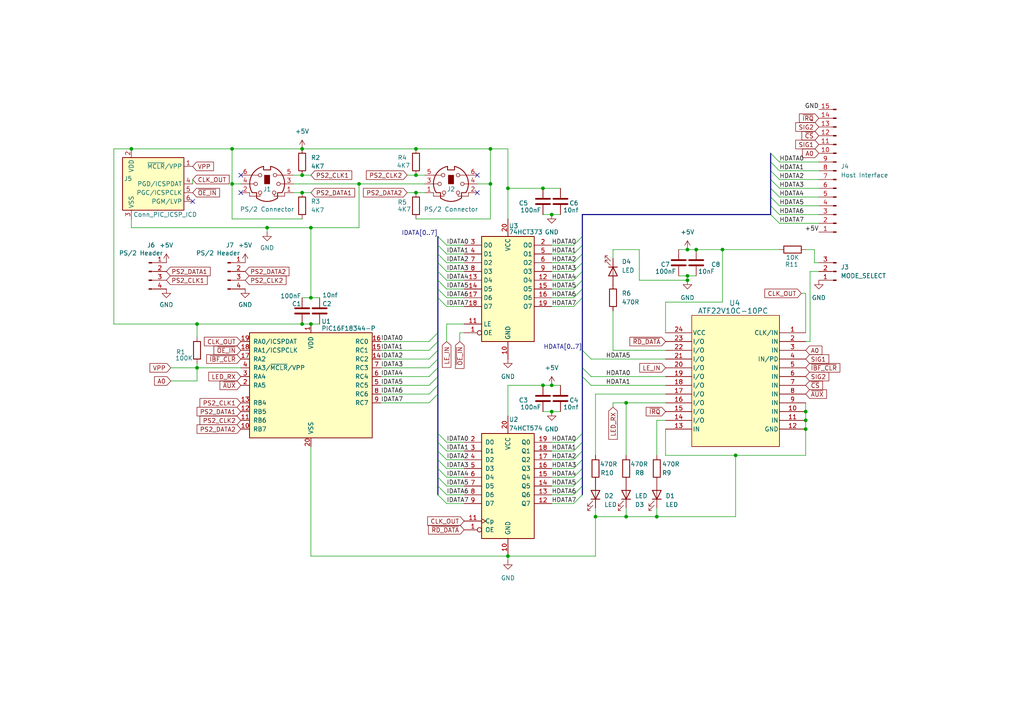
<source format=kicad_sch>
(kicad_sch (version 20250114) (generator "eeschema") (generator_version "9.0")
  (paper "A4")
  (lib_symbols
    (symbol "74xx:74HCT373"
      (property "Reference" "U" (at -7.62 16.51 0))
      (property "Value" "74HCT373" (at -7.62 -16.51 0))
      (symbol "74HCT373_1_0"
        (pin input line (at -12.7 12.7 0) (length 5.08) (name "D0") (number "3"))
        (pin input line (at -12.7 10.16 0) (length 5.08) (name "D1") (number "4"))
        (pin input line (at -12.7 7.62 0) (length 5.08) (name "D2") (number "7"))
        (pin input line (at -12.7 5.08 0) (length 5.08) (name "D3") (number "8"))
        (pin input line (at -12.7 2.54 0) (length 5.08) (name "D4") (number "13"))
        (pin input line (at -12.7 0 0) (length 5.08) (name "D5") (number "14"))
        (pin input line (at -12.7 -2.54 0) (length 5.08) (name "D6") (number "17"))
        (pin input line (at -12.7 -5.08 0) (length 5.08) (name "D7") (number "18"))
        (pin input line (at -12.7 -10.16 0) (length 5.08) (name "LE") (number "11"))
        (pin input inverted (at -12.7 -12.7 0) (length 5.08) (name "OE") (number "1"))
        (pin power_in line (at 0 20.32 270) (length 5.08) (name "VCC") (number "20"))
        (pin power_in line (at 0 -20.32 90) (length 5.08) (name "GND") (number "10"))
        (pin tri_state line (at 12.7 12.7 180) (length 5.08) (name "O0") (number "2"))
        (pin tri_state line (at 12.7 10.16 180) (length 5.08) (name "O1") (number "5"))
        (pin tri_state line (at 12.7 7.62 180) (length 5.08) (name "O2") (number "6"))
        (pin tri_state line (at 12.7 5.08 180) (length 5.08) (name "O3") (number "9"))
        (pin tri_state line (at 12.7 2.54 180) (length 5.08) (name "O4") (number "12"))
        (pin tri_state line (at 12.7 0 180) (length 5.08) (name "O5") (number "15"))
        (pin tri_state line (at 12.7 -2.54 180) (length 5.08) (name "O6") (number "16"))
        (pin tri_state line (at 12.7 -5.08 180) (length 5.08) (name "O7") (number "19"))
      )
    )
    (symbol "74xx:74HCT574" (pin_names (offset 1.016))
      (property "Reference" "U" (at -7.62 16.51 0))
      (property "Value" "74HCT574" (at -7.62 -16.51 0))
      (symbol "74HCT574_1_0"
        (pin input line (at -12.7 12.7 0) (length 5.08) (name "D0") (number "2"))
        (pin input line (at -12.7 10.16 0) (length 5.08) (name "D1") (number "3"))
        (pin input line (at -12.7 7.62 0) (length 5.08) (name "D2") (number "4"))
        (pin input line (at -12.7 5.08 0) (length 5.08) (name "D3") (number "5"))
        (pin input line (at -12.7 2.54 0) (length 5.08) (name "D4") (number "6"))
        (pin input line (at -12.7 0 0) (length 5.08) (name "D5") (number "7"))
        (pin input line (at -12.7 -2.54 0) (length 5.08) (name "D6") (number "8"))
        (pin input line (at -12.7 -5.08 0) (length 5.08) (name "D7") (number "9"))
        (pin input clock (at -12.7 -10.16 0) (length 5.08) (name "Cp") (number "11"))
        (pin input inverted (at -12.7 -12.7 0) (length 5.08) (name "OE") (number "1"))
        (pin power_in line (at 0 20.32 270) (length 5.08) (name "VCC") (number "20"))
        (pin power_in line (at 0 -20.32 90) (length 5.08) (name "GND") (number "10"))
        (pin tri_state line (at 12.7 12.7 180) (length 5.08) (name "Q0") (number "19"))
        (pin tri_state line (at 12.7 10.16 180) (length 5.08) (name "Q1") (number "18"))
        (pin tri_state line (at 12.7 7.62 180) (length 5.08) (name "Q2") (number "17"))
        (pin tri_state line (at 12.7 5.08 180) (length 5.08) (name "Q3") (number "16"))
        (pin tri_state line (at 12.7 2.54 180) (length 5.08) (name "Q4") (number "15"))
        (pin tri_state line (at 12.7 0 180) (length 5.08) (name "Q5") (number "14"))
        (pin tri_state line (at 12.7 -2.54 180) (length 5.08) (name "Q6") (number "13"))
        (pin tri_state line (at 12.7 -5.08 180) (length 5.08) (name "Q7") (number "12"))
      )
    )
    (symbol "ATF22V10C-10PC:ATF22V10C-10PC" (pin_names (offset 0.254))
      (property "Reference" "U4" (at 20.574 8.636 0))
      (property "Value" "ATF22V10C-10PC" (at 21.082 6.35 0))
      (symbol "ATF22V10C-10PC_0_1"
        (pin input line (at 0 0 0) (length 7.62) (name "CLK/IN") (number "1"))
        (pin input line (at 0 -2.54 0) (length 7.62) (name "IN") (number "2"))
        (pin input line (at 0 -5.08 0) (length 7.62) (name "IN") (number "3"))
        (pin input line (at 0 -7.62 0) (length 7.62) (name "IN/PD") (number "4"))
        (pin input line (at 0 -10.16 0) (length 7.62) (name "IN") (number "5"))
        (pin input line (at 0 -12.7 0) (length 7.62) (name "IN") (number "6"))
        (pin input line (at 0 -15.24 0) (length 7.62) (name "IN") (number "7"))
        (pin input line (at 0 -17.78 0) (length 7.62) (name "IN") (number "8"))
        (pin input line (at 0 -20.32 0) (length 7.62) (name "IN") (number "9"))
        (pin input line (at 0 -22.86 0) (length 7.62) (name "IN") (number "10"))
        (pin input line (at 0 -25.4 0) (length 7.62) (name "IN") (number "11"))
        (pin power_out line (at 0 -27.94 0) (length 7.62) (name "GND") (number "12"))
        (pin power_in line (at 40.64 0 180) (length 7.62) (name "VCC") (number "24"))
        (pin output line (at 40.64 -2.54 180) (length 7.62) (name "I/O") (number "23"))
        (pin output line (at 40.64 -5.08 180) (length 7.62) (name "I/O") (number "22"))
        (pin tri_state line (at 40.64 -7.62 180) (length 7.62) (name "I/O") (number "21"))
        (pin output line (at 40.64 -10.16 180) (length 7.62) (name "I/O") (number "20"))
        (pin tri_state line (at 40.64 -12.7 180) (length 7.62) (name "I/O") (number "19"))
        (pin tri_state line (at 40.64 -15.24 180) (length 7.62) (name "I/O") (number "18"))
        (pin output line (at 40.64 -17.78 180) (length 7.62) (name "I/O") (number "17"))
        (pin output line (at 40.64 -20.32 180) (length 7.62) (name "I/O") (number "16"))
        (pin input line (at 40.64 -22.86 180) (length 7.62) (name "I/O") (number "15"))
        (pin output line (at 40.64 -25.4 180) (length 7.62) (name "I/O") (number "14"))
        (pin input line (at 40.64 -27.94 180) (length 7.62) (name "IN") (number "13"))
      )
    )
    (symbol "Connector:Conn_01x03_Pin" (pin_names (offset 1.016) (hide yes))
      (property "Reference" "J" (at 0 5.08 0))
      (property "Value" "Conn_01x03_Pin" (at 0 -5.08 0))
      (symbol "Conn_01x03_Pin_1_1"
        (pin passive line (at 5.08 2.54 180) (length 3.81) (name "Pin_1") (number "1"))
        (pin passive line (at 5.08 0 180) (length 3.81) (name "Pin_2") (number "2"))
        (pin passive line (at 5.08 -2.54 180) (length 3.81) (name "Pin_3") (number "3"))
      )
    )
    (symbol "Connector:Conn_01x04_Pin" (pin_names (offset 1.016) (hide yes))
      (property "Reference" "J" (at 0 5.08 0))
      (property "Value" "Conn_01x04_Pin" (at 0 -7.62 0))
      (symbol "Conn_01x04_Pin_1_1"
        (pin passive line (at 5.08 2.54 180) (length 3.81) (name "Pin_1") (number "1"))
        (pin passive line (at 5.08 0 180) (length 3.81) (name "Pin_2") (number "2"))
        (pin passive line (at 5.08 -2.54 180) (length 3.81) (name "Pin_3") (number "3"))
        (pin passive line (at 5.08 -5.08 180) (length 3.81) (name "Pin_4") (number "4"))
      )
    )
    (symbol "Connector:Conn_01x15_Pin" (pin_names (offset 1.016) (hide yes))
      (property "Reference" "J" (at 0 20.32 0))
      (property "Value" "Conn_01x15_Pin" (at 0 -20.32 0))
      (symbol "Conn_01x15_Pin_1_1"
        (pin passive line (at 5.08 17.78 180) (length 3.81) (name "Pin_1") (number "1"))
        (pin passive line (at 5.08 15.24 180) (length 3.81) (name "Pin_2") (number "2"))
        (pin passive line (at 5.08 12.7 180) (length 3.81) (name "Pin_3") (number "3"))
        (pin passive line (at 5.08 10.16 180) (length 3.81) (name "Pin_4") (number "4"))
        (pin passive line (at 5.08 7.62 180) (length 3.81) (name "Pin_5") (number "5"))
        (pin passive line (at 5.08 5.08 180) (length 3.81) (name "Pin_6") (number "6"))
        (pin passive line (at 5.08 2.54 180) (length 3.81) (name "Pin_7") (number "7"))
        (pin passive line (at 5.08 0 180) (length 3.81) (name "Pin_8") (number "8"))
        (pin passive line (at 5.08 -2.54 180) (length 3.81) (name "Pin_9") (number "9"))
        (pin passive line (at 5.08 -5.08 180) (length 3.81) (name "Pin_10") (number "10"))
        (pin passive line (at 5.08 -7.62 180) (length 3.81) (name "Pin_11") (number "11"))
        (pin passive line (at 5.08 -10.16 180) (length 3.81) (name "Pin_12") (number "12"))
        (pin passive line (at 5.08 -12.7 180) (length 3.81) (name "Pin_13") (number "13"))
        (pin passive line (at 5.08 -15.24 180) (length 3.81) (name "Pin_14") (number "14"))
        (pin passive line (at 5.08 -17.78 180) (length 3.81) (name "Pin_15") (number "15"))
      )
    )
    (symbol "Connector:Conn_PIC_ICSP_ICD"
      (property "Reference" "J" (at 6.35 8.89 0))
      (property "Value" "Conn_PIC_ICSP_ICD" (at -8.89 -1.27 90))
      (symbol "Conn_PIC_ICSP_ICD_1_1"
        (pin passive line (at -5.08 10.16 270) (length 2.54) (name "VDD") (number "2"))
        (pin power_in line (at -5.08 -10.16 90) (length 2.54) (name "VSS") (number "3"))
        (pin passive line (at 12.7 5.08 180) (length 2.54) (name "~{MCLR}/VPP") (number "1"))
        (pin bidirectional line (at 12.7 0 180) (length 2.54) (name "PGD/ICSPDAT") (number "4"))
        (pin output line (at 12.7 -2.54 180) (length 2.54) (name "PGC/ICSPCLK") (number "5"))
        (pin output line (at 12.7 -5.08 180) (length 2.54) (name "PGM/LVP") (number "6"))
      )
    )
    (symbol "Connector:Mini-DIN-6" (pin_names (offset 1.016))
      (property "Reference" "J" (at 0 6.35 0))
      (property "Value" "Mini-DIN-6" (at 0 -6.35 0))
      (symbol "Mini-DIN-6_1_1"
        (pin passive line (at -7.62 2.54 0) (length 2.54) (name "~") (number "6"))
        (pin passive line (at -7.62 0 0) (length 2.54) (name "~") (number "4"))
        (pin passive line (at -7.62 -2.54 0) (length 2.54) (name "~") (number "2"))
        (pin passive line (at 7.62 2.54 180) (length 2.54) (name "~") (number "5"))
        (pin passive line (at 7.62 0 180) (length 2.54) (name "~") (number "3"))
        (pin passive line (at 7.62 -2.54 180) (length 2.54) (name "~") (number "1"))
      )
    )
    (symbol "Device:C" (pin_numbers (hide yes)) (pin_names (offset 0.254))
      (property "Reference" "C" (at 0.635 2.54 0))
      (property "Value" "C" (at 0.635 -2.54 0))
      (symbol "C_1_1"
        (pin passive line (at 0 3.81 270) (length 2.794) (name "~") (number "1"))
        (pin passive line (at 0 -3.81 90) (length 2.794) (name "~") (number "2"))
      )
    )
    (symbol "Device:LED" (pin_numbers (hide yes)) (pin_names (offset 1.016) (hide yes))
      (property "Reference" "D" (at 0 2.54 0))
      (property "Value" "LED" (at 0 -2.54 0))
      (symbol "LED_1_1"
        (pin passive line (at -3.81 0 0) (length 2.54) (name "K") (number "1"))
        (pin passive line (at 3.81 0 180) (length 2.54) (name "A") (number "2"))
      )
    )
    (symbol "Device:R" (pin_numbers (hide yes)) (pin_names (offset 0))
      (property "Reference" "R" (at 2.032 0 90))
      (property "Value" "R" (at 0 0 90))
      (symbol "R_1_1"
        (pin passive line (at 0 3.81 270) (length 1.27) (name "~") (number "1"))
        (pin passive line (at 0 -3.81 90) (length 1.27) (name "~") (number "2"))
      )
    )
    (symbol "MCU_Microchip_PIC16:PIC16F18344-P" (pin_names (offset 1.016))
      (property "Reference" "U" (at -16.51 16.51 0))
      (property "Value" "PIC16F18344-P" (at 9.652 16.51 0))
      (symbol "PIC16F18344-P_1_1"
        (pin bidirectional line (at -20.32 12.7 0) (length 2.54) (name "RA0/ICSPDAT") (number "19"))
        (pin bidirectional line (at -20.32 10.16 0) (length 2.54) (name "RA1/ICSPCLK") (number "18"))
        (pin bidirectional line (at -20.32 7.62 0) (length 2.54) (name "RA2") (number "17"))
        (pin bidirectional line (at -20.32 5.08 0) (length 2.54) (name "RA3/~{MCLR}/VPP") (number "4"))
        (pin bidirectional line (at -20.32 2.54 0) (length 2.54) (name "RA4") (number "3"))
        (pin bidirectional line (at -20.32 0 0) (length 2.54) (name "RA5") (number "2"))
        (pin bidirectional line (at -20.32 -5.08 0) (length 2.54) (name "RB4") (number "13"))
        (pin bidirectional line (at -20.32 -7.62 0) (length 2.54) (name "RB5") (number "12"))
        (pin bidirectional line (at -20.32 -10.16 0) (length 2.54) (name "RB6") (number "11"))
        (pin bidirectional line (at -20.32 -12.7 0) (length 2.54) (name "RB7") (number "10"))
        (pin power_in line (at 0 17.78 270) (length 2.54) (name "VDD") (number "1"))
        (pin power_in line (at 0 -17.78 90) (length 2.54) (name "VSS") (number "20"))
        (pin bidirectional line (at 20.32 12.7 180) (length 2.54) (name "RC0") (number "16"))
        (pin bidirectional line (at 20.32 10.16 180) (length 2.54) (name "RC1") (number "15"))
        (pin bidirectional line (at 20.32 7.62 180) (length 2.54) (name "RC2") (number "14"))
        (pin bidirectional line (at 20.32 5.08 180) (length 2.54) (name "RC3") (number "7"))
        (pin bidirectional line (at 20.32 2.54 180) (length 2.54) (name "RC4") (number "6"))
        (pin bidirectional line (at 20.32 0 180) (length 2.54) (name "RC5") (number "5"))
        (pin bidirectional line (at 20.32 -2.54 180) (length 2.54) (name "RC6") (number "8"))
        (pin bidirectional line (at 20.32 -5.08 180) (length 2.54) (name "RC7") (number "9"))
      )
    )
    (symbol "power:+5V" (power) (pin_numbers (hide yes)) (pin_names (offset 0) (hide yes))
      (property "Value" "+5V" (at 0 3.556 0))
      (symbol "+5V_1_1"
        (pin power_in line (at 0 0 90) (length 0) (name "~") (number "1"))
      )
    )
    (symbol "power:GND" (power) (pin_numbers (hide yes)) (pin_names (offset 0) (hide yes))
      (property "Value" "GND" (at 0 -3.81 0))
      (symbol "GND_1_1"
        (pin power_in line (at 0 0 270) (length 0) (name "~") (number "1"))
      )
    )
  )
  (junction (at 87.63 50.8))
  (junction (at 147.32 161.29))
  (junction (at 199.39 72.39))
  (junction (at 90.17 86.36))
  (junction (at 160.02 62.23))
  (junction (at 120.65 50.8))
  (junction (at 181.61 116.84))
  (junction (at 157.48 54.61))
  (junction (at 233.68 124.46))
  (junction (at 90.17 93.98))
  (junction (at 67.31 53.34))
  (junction (at 213.36 132.08))
  (junction (at 190.5 149.86))
  (junction (at 160.02 119.38))
  (junction (at 87.63 93.98))
  (junction (at 120.65 55.88))
  (junction (at 57.15 93.98))
  (junction (at 120.65 43.18))
  (junction (at 233.68 119.38))
  (junction (at 157.48 111.76))
  (junction (at 201.93 72.39))
  (junction (at 199.39 81.28))
  (junction (at 142.24 53.34))
  (junction (at 87.63 43.18))
  (junction (at 199.39 80.01))
  (junction (at 90.17 66.04))
  (junction (at 104.14 53.34))
  (junction (at 160.02 111.76))
  (junction (at 67.31 43.18))
  (junction (at 181.61 149.86))
  (junction (at 77.47 66.04))
  (junction (at 147.32 54.61))
  (junction (at 233.68 121.92))
  (junction (at 38.1 43.18))
  (junction (at 142.24 43.18))
  (junction (at 57.15 106.68))
  (junction (at 87.63 55.88))
  (junction (at 209.55 72.39))
  (junction (at 172.72 149.86))
  (no_connect (at 138.43 55.88))
  (no_connect (at 138.43 50.8))
  (no_connect (at 69.85 50.8))
  (no_connect (at 69.85 55.88))
  (no_connect (at 55.88 58.42))
  (bus_entry (at 124.46 109.22) (size 2.54 -2.54))
  (bus_entry (at 166.37 135.89) (size 2.54 -2.54))
  (bus_entry (at 166.37 81.28) (size 2.54 -2.54))
  (bus_entry (at 166.37 86.36) (size 2.54 -2.54))
  (bus_entry (at 127 133.35) (size 2.54 2.54))
  (bus_entry (at 168.91 109.22) (size 2.54 2.54))
  (bus_entry (at 166.37 143.51) (size 2.54 -2.54))
  (bus_entry (at 223.52 49.53) (size 2.54 2.54))
  (bus_entry (at 127 76.2) (size 2.54 2.54))
  (bus_entry (at 166.37 88.9) (size 2.54 -2.54))
  (bus_entry (at 223.52 46.99) (size 2.54 2.54))
  (bus_entry (at 166.37 146.05) (size 2.54 -2.54))
  (bus_entry (at 127 71.12) (size 2.54 2.54))
  (bus_entry (at 223.52 52.07) (size 2.54 2.54))
  (bus_entry (at 127 138.43) (size 2.54 2.54))
  (bus_entry (at 168.91 106.68) (size 2.54 2.54))
  (bus_entry (at 166.37 140.97) (size 2.54 -2.54))
  (bus_entry (at 124.46 116.84) (size 2.54 -2.54))
  (bus_entry (at 127 68.58) (size 2.54 2.54))
  (bus_entry (at 166.37 130.81) (size 2.54 -2.54))
  (bus_entry (at 168.91 101.6) (size 2.54 2.54))
  (bus_entry (at 166.37 133.35) (size 2.54 -2.54))
  (bus_entry (at 127 78.74) (size 2.54 2.54))
  (bus_entry (at 124.46 104.14) (size 2.54 -2.54))
  (bus_entry (at 127 73.66) (size 2.54 2.54))
  (bus_entry (at 166.37 128.27) (size 2.54 -2.54))
  (bus_entry (at 223.52 62.23) (size 2.54 2.54))
  (bus_entry (at 166.37 76.2) (size 2.54 -2.54))
  (bus_entry (at 127 86.36) (size 2.54 2.54))
  (bus_entry (at 166.37 78.74) (size 2.54 -2.54))
  (bus_entry (at 127 140.97) (size 2.54 2.54))
  (bus_entry (at 124.46 111.76) (size 2.54 -2.54))
  (bus_entry (at 127 125.73) (size 2.54 2.54))
  (bus_entry (at 127 81.28) (size 2.54 2.54))
  (bus_entry (at 127 135.89) (size 2.54 2.54))
  (bus_entry (at 166.37 138.43) (size 2.54 -2.54))
  (bus_entry (at 166.37 71.12) (size 2.54 -2.54))
  (bus_entry (at 223.52 54.61) (size 2.54 2.54))
  (bus_entry (at 127 130.81) (size 2.54 2.54))
  (bus_entry (at 223.52 44.45) (size 2.54 2.54))
  (bus_entry (at 127 128.27) (size 2.54 2.54))
  (bus_entry (at 166.37 73.66) (size 2.54 -2.54))
  (bus_entry (at 127 143.51) (size 2.54 2.54))
  (bus_entry (at 223.52 57.15) (size 2.54 2.54))
  (bus_entry (at 223.52 59.69) (size 2.54 2.54))
  (bus_entry (at 124.46 114.3) (size 2.54 -2.54))
  (bus_entry (at 124.46 99.06) (size 2.54 -2.54))
  (bus_entry (at 124.46 101.6) (size 2.54 -2.54))
  (bus_entry (at 166.37 83.82) (size 2.54 -2.54))
  (bus_entry (at 124.46 106.68) (size 2.54 -2.54))
  (bus_entry (at 127 83.82) (size 2.54 2.54))
  (wire (pts (xy 129.54 143.51) (xy 134.62 143.51)))
  (bus (pts (xy 127 114.3) (xy 127 125.73)))
  (bus (pts (xy 127 101.6) (xy 127 104.14)))
  (wire (pts (xy 110.49 114.3) (xy 124.46 114.3)))
  (wire (pts (xy 160.02 146.05) (xy 166.37 146.05)))
  (wire (pts (xy 129.54 71.12) (xy 134.62 71.12)))
  (bus (pts (xy 127 81.28) (xy 127 83.82)))
  (wire (pts (xy 147.32 54.61) (xy 157.48 54.61)))
  (wire (pts (xy 104.14 53.34) (xy 104.14 66.04)))
  (wire (pts (xy 181.61 149.86) (xy 190.5 149.86)))
  (wire (pts (xy 160.02 143.51) (xy 166.37 143.51)))
  (wire (pts (xy 181.61 116.84) (xy 193.04 116.84)))
  (wire (pts (xy 147.32 54.61) (xy 147.32 63.5)))
  (wire (pts (xy 157.48 119.38) (xy 160.02 119.38)))
  (wire (pts (xy 172.72 114.3) (xy 193.04 114.3)))
  (wire (pts (xy 199.39 81.28) (xy 199.39 80.01)))
  (wire (pts (xy 129.54 138.43) (xy 134.62 138.43)))
  (bus (pts (xy 127 83.82) (xy 127 86.36)))
  (wire (pts (xy 234.95 78.74) (xy 237.49 78.74)))
  (wire (pts (xy 226.06 62.23) (xy 237.49 62.23)))
  (bus (pts (xy 127 135.89) (xy 127 138.43)))
  (bus (pts (xy 223.52 57.15) (xy 223.52 59.69)))
  (wire (pts (xy 57.15 93.98) (xy 87.63 93.98)))
  (bus (pts (xy 127 130.81) (xy 127 133.35)))
  (wire (pts (xy 90.17 86.36) (xy 92.71 86.36)))
  (wire (pts (xy 67.31 53.34) (xy 69.85 53.34)))
  (wire (pts (xy 129.54 83.82) (xy 134.62 83.82)))
  (wire (pts (xy 209.55 72.39) (xy 201.93 72.39)))
  (wire (pts (xy 160.02 73.66) (xy 166.37 73.66)))
  (bus (pts (xy 127 111.76) (xy 127 114.3)))
  (bus (pts (xy 168.91 78.74) (xy 168.91 81.28)))
  (bus (pts (xy 223.52 44.45) (xy 223.52 46.99)))
  (wire (pts (xy 160.02 71.12) (xy 166.37 71.12)))
  (bus (pts (xy 223.52 54.61) (xy 223.52 57.15)))
  (wire (pts (xy 33.02 43.18) (xy 33.02 93.98)))
  (wire (pts (xy 138.43 53.34) (xy 142.24 53.34)))
  (bus (pts (xy 127 96.52) (xy 127 99.06)))
  (wire (pts (xy 226.06 49.53) (xy 237.49 49.53)))
  (wire (pts (xy 160.02 128.27) (xy 166.37 128.27)))
  (bus (pts (xy 168.91 125.73) (xy 168.91 128.27)))
  (wire (pts (xy 38.1 66.04) (xy 77.47 66.04)))
  (wire (pts (xy 38.1 66.04) (xy 38.1 63.5)))
  (bus (pts (xy 168.91 83.82) (xy 168.91 86.36)))
  (wire (pts (xy 177.8 101.6) (xy 177.8 90.17)))
  (bus (pts (xy 168.91 81.28) (xy 168.91 83.82)))
  (wire (pts (xy 160.02 62.23) (xy 162.56 62.23)))
  (wire (pts (xy 177.8 72.39) (xy 177.8 74.93)))
  (wire (pts (xy 77.47 67.31) (xy 77.47 66.04)))
  (wire (pts (xy 160.02 119.38) (xy 162.56 119.38)))
  (bus (pts (xy 168.91 109.22) (xy 168.91 125.73)))
  (wire (pts (xy 110.49 106.68) (xy 124.46 106.68)))
  (wire (pts (xy 160.02 130.81) (xy 166.37 130.81)))
  (bus (pts (xy 168.91 62.23) (xy 168.91 68.58)))
  (wire (pts (xy 233.68 119.38) (xy 233.68 121.92)))
  (wire (pts (xy 129.54 146.05) (xy 134.62 146.05)))
  (wire (pts (xy 160.02 86.36) (xy 166.37 86.36)))
  (bus (pts (xy 127 109.22) (xy 127 111.76)))
  (wire (pts (xy 147.32 43.18) (xy 147.32 54.61)))
  (wire (pts (xy 129.54 93.98) (xy 134.62 93.98)))
  (wire (pts (xy 92.71 93.98) (xy 90.17 93.98)))
  (wire (pts (xy 160.02 88.9) (xy 166.37 88.9)))
  (wire (pts (xy 33.02 93.98) (xy 57.15 93.98)))
  (wire (pts (xy 118.11 55.88) (xy 120.65 55.88)))
  (wire (pts (xy 160.02 140.97) (xy 166.37 140.97)))
  (wire (pts (xy 67.31 63.5) (xy 87.63 63.5)))
  (wire (pts (xy 67.31 43.18) (xy 67.31 53.34)))
  (wire (pts (xy 110.49 111.76) (xy 124.46 111.76)))
  (bus (pts (xy 127 106.68) (xy 127 109.22)))
  (wire (pts (xy 129.54 140.97) (xy 134.62 140.97)))
  (wire (pts (xy 33.02 43.18) (xy 38.1 43.18)))
  (wire (pts (xy 213.36 132.08) (xy 233.68 132.08)))
  (bus (pts (xy 168.91 140.97) (xy 168.91 143.51)))
  (bus (pts (xy 223.52 59.69) (xy 223.52 62.23)))
  (wire (pts (xy 129.54 128.27) (xy 134.62 128.27)))
  (wire (pts (xy 181.61 116.84) (xy 181.61 132.08)))
  (wire (pts (xy 157.48 62.23) (xy 160.02 62.23)))
  (bus (pts (xy 168.91 133.35) (xy 168.91 135.89)))
  (wire (pts (xy 57.15 110.49) (xy 57.15 106.68)))
  (wire (pts (xy 213.36 149.86) (xy 213.36 132.08)))
  (wire (pts (xy 157.48 111.76) (xy 160.02 111.76)))
  (wire (pts (xy 49.53 106.68) (xy 57.15 106.68)))
  (wire (pts (xy 147.32 161.29) (xy 172.72 161.29)))
  (bus (pts (xy 168.91 68.58) (xy 168.91 71.12)))
  (wire (pts (xy 90.17 161.29) (xy 147.32 161.29)))
  (wire (pts (xy 233.68 132.08) (xy 233.68 124.46)))
  (wire (pts (xy 104.14 53.34) (xy 123.19 53.34)))
  (wire (pts (xy 160.02 111.76) (xy 162.56 111.76)))
  (wire (pts (xy 177.8 72.39) (xy 185.42 72.39)))
  (wire (pts (xy 85.09 53.34) (xy 104.14 53.34)))
  (bus (pts (xy 127 73.66) (xy 127 76.2)))
  (wire (pts (xy 90.17 66.04) (xy 90.17 86.36)))
  (bus (pts (xy 127 76.2) (xy 127 78.74)))
  (wire (pts (xy 233.68 99.06) (xy 234.95 99.06)))
  (bus (pts (xy 223.52 62.23) (xy 168.91 62.23)))
  (wire (pts (xy 129.54 73.66) (xy 134.62 73.66)))
  (bus (pts (xy 168.91 71.12) (xy 168.91 73.66)))
  (wire (pts (xy 172.72 114.3) (xy 172.72 132.08)))
  (wire (pts (xy 226.06 54.61) (xy 237.49 54.61)))
  (wire (pts (xy 129.54 78.74) (xy 134.62 78.74)))
  (wire (pts (xy 190.5 121.92) (xy 193.04 121.92)))
  (wire (pts (xy 142.24 53.34) (xy 142.24 43.18)))
  (wire (pts (xy 147.32 162.56) (xy 147.32 161.29)))
  (wire (pts (xy 226.06 46.99) (xy 237.49 46.99)))
  (wire (pts (xy 234.95 99.06) (xy 234.95 78.74)))
  (bus (pts (xy 168.91 101.6) (xy 168.91 106.68)))
  (wire (pts (xy 142.24 43.18) (xy 147.32 43.18)))
  (wire (pts (xy 142.24 63.5) (xy 142.24 53.34)))
  (bus (pts (xy 127 104.14) (xy 127 106.68)))
  (wire (pts (xy 193.04 124.46) (xy 193.04 132.08)))
  (wire (pts (xy 233.68 85.09) (xy 233.68 96.52)))
  (wire (pts (xy 67.31 53.34) (xy 67.31 63.5)))
  (wire (pts (xy 110.49 101.6) (xy 124.46 101.6)))
  (wire (pts (xy 133.35 99.06) (xy 133.35 96.52)))
  (wire (pts (xy 233.68 121.92) (xy 233.68 124.46)))
  (wire (pts (xy 129.54 88.9) (xy 134.62 88.9)))
  (wire (pts (xy 87.63 50.8) (xy 90.17 50.8)))
  (wire (pts (xy 209.55 72.39) (xy 209.55 87.63)))
  (wire (pts (xy 193.04 101.6) (xy 177.8 101.6)))
  (wire (pts (xy 129.54 86.36) (xy 134.62 86.36)))
  (bus (pts (xy 127 138.43) (xy 127 140.97)))
  (wire (pts (xy 57.15 106.68) (xy 69.85 106.68)))
  (wire (pts (xy 193.04 132.08) (xy 213.36 132.08)))
  (wire (pts (xy 199.39 72.39) (xy 201.93 72.39)))
  (wire (pts (xy 199.39 72.39) (xy 196.85 72.39)))
  (wire (pts (xy 157.48 111.76) (xy 147.32 111.76)))
  (wire (pts (xy 172.72 149.86) (xy 172.72 161.29)))
  (wire (pts (xy 226.06 64.77) (xy 237.49 64.77)))
  (bus (pts (xy 168.91 73.66) (xy 168.91 76.2)))
  (bus (pts (xy 168.91 106.68) (xy 168.91 109.22)))
  (wire (pts (xy 201.93 80.01) (xy 199.39 80.01)))
  (wire (pts (xy 67.31 43.18) (xy 87.63 43.18)))
  (wire (pts (xy 190.5 147.32) (xy 190.5 149.86)))
  (bus (pts (xy 223.52 49.53) (xy 223.52 52.07)))
  (wire (pts (xy 87.63 93.98) (xy 90.17 93.98)))
  (bus (pts (xy 127 133.35) (xy 127 135.89)))
  (wire (pts (xy 129.54 135.89) (xy 134.62 135.89)))
  (wire (pts (xy 87.63 43.18) (xy 120.65 43.18)))
  (wire (pts (xy 55.88 52.07) (xy 55.88 53.34)))
  (bus (pts (xy 127 73.66) (xy 127 71.12)))
  (wire (pts (xy 129.54 130.81) (xy 134.62 130.81)))
  (wire (pts (xy 193.04 87.63) (xy 193.04 96.52)))
  (bus (pts (xy 127 125.73) (xy 127 128.27)))
  (wire (pts (xy 129.54 133.35) (xy 134.62 133.35)))
  (wire (pts (xy 85.09 55.88) (xy 87.63 55.88)))
  (bus (pts (xy 168.91 76.2) (xy 168.91 78.74)))
  (wire (pts (xy 209.55 87.63) (xy 193.04 87.63)))
  (wire (pts (xy 120.65 55.88) (xy 123.19 55.88)))
  (wire (pts (xy 49.53 110.49) (xy 57.15 110.49)))
  (wire (pts (xy 90.17 66.04) (xy 77.47 66.04)))
  (bus (pts (xy 168.91 130.81) (xy 168.91 133.35)))
  (wire (pts (xy 38.1 43.18) (xy 67.31 43.18)))
  (bus (pts (xy 127 78.74) (xy 127 81.28)))
  (wire (pts (xy 160.02 76.2) (xy 166.37 76.2)))
  (wire (pts (xy 171.45 109.22) (xy 193.04 109.22)))
  (wire (pts (xy 233.68 116.84) (xy 233.68 119.38)))
  (wire (pts (xy 120.65 63.5) (xy 142.24 63.5)))
  (wire (pts (xy 172.72 147.32) (xy 172.72 149.86)))
  (wire (pts (xy 110.49 99.06) (xy 124.46 99.06)))
  (wire (pts (xy 110.49 116.84) (xy 124.46 116.84)))
  (wire (pts (xy 90.17 66.04) (xy 104.14 66.04)))
  (wire (pts (xy 157.48 54.61) (xy 162.56 54.61)))
  (wire (pts (xy 129.54 81.28) (xy 134.62 81.28)))
  (wire (pts (xy 129.54 76.2) (xy 134.62 76.2)))
  (wire (pts (xy 172.72 149.86) (xy 181.61 149.86)))
  (wire (pts (xy 226.06 59.69) (xy 237.49 59.69)))
  (wire (pts (xy 160.02 83.82) (xy 166.37 83.82)))
  (wire (pts (xy 226.06 52.07) (xy 237.49 52.07)))
  (wire (pts (xy 236.22 72.39) (xy 233.68 72.39)))
  (wire (pts (xy 120.65 43.18) (xy 142.24 43.18)))
  (wire (pts (xy 87.63 55.88) (xy 90.17 55.88)))
  (wire (pts (xy 85.09 50.8) (xy 87.63 50.8)))
  (wire (pts (xy 160.02 78.74) (xy 166.37 78.74)))
  (bus (pts (xy 127 86.36) (xy 127 96.52)))
  (wire (pts (xy 147.32 111.76) (xy 147.32 120.65)))
  (bus (pts (xy 168.91 135.89) (xy 168.91 138.43)))
  (wire (pts (xy 129.54 99.06) (xy 129.54 93.98)))
  (wire (pts (xy 57.15 105.41) (xy 57.15 106.68)))
  (bus (pts (xy 168.91 128.27) (xy 168.91 130.81)))
  (wire (pts (xy 171.45 111.76) (xy 193.04 111.76)))
  (bus (pts (xy 127 140.97) (xy 127 143.51)))
  (wire (pts (xy 190.5 121.92) (xy 190.5 132.08)))
  (wire (pts (xy 110.49 104.14) (xy 124.46 104.14)))
  (bus (pts (xy 168.91 138.43) (xy 168.91 140.97)))
  (wire (pts (xy 236.22 72.39) (xy 236.22 76.2)))
  (bus (pts (xy 127 99.06) (xy 127 101.6)))
  (wire (pts (xy 226.06 57.15) (xy 237.49 57.15)))
  (wire (pts (xy 160.02 133.35) (xy 166.37 133.35)))
  (wire (pts (xy 185.42 72.39) (xy 185.42 81.28)))
  (wire (pts (xy 123.19 50.8) (xy 120.65 50.8)))
  (wire (pts (xy 177.8 116.84) (xy 181.61 116.84)))
  (wire (pts (xy 199.39 80.01) (xy 196.85 80.01)))
  (wire (pts (xy 110.49 109.22) (xy 124.46 109.22)))
  (wire (pts (xy 236.22 76.2) (xy 237.49 76.2)))
  (bus (pts (xy 168.91 86.36) (xy 168.91 101.6)))
  (bus (pts (xy 223.52 46.99) (xy 223.52 49.53)))
  (wire (pts (xy 209.55 72.39) (xy 226.06 72.39)))
  (wire (pts (xy 177.8 118.11) (xy 177.8 116.84)))
  (wire (pts (xy 160.02 138.43) (xy 166.37 138.43)))
  (bus (pts (xy 127 68.58) (xy 127 71.12)))
  (wire (pts (xy 232.41 85.09) (xy 233.68 85.09)))
  (wire (pts (xy 160.02 81.28) (xy 166.37 81.28)))
  (wire (pts (xy 190.5 149.86) (xy 213.36 149.86)))
  (wire (pts (xy 57.15 93.98) (xy 57.15 97.79)))
  (wire (pts (xy 118.11 50.8) (xy 120.65 50.8)))
  (wire (pts (xy 90.17 129.54) (xy 90.17 161.29)))
  (wire (pts (xy 181.61 147.32) (xy 181.61 149.86)))
  (wire (pts (xy 87.63 86.36) (xy 90.17 86.36)))
  (wire (pts (xy 185.42 81.28) (xy 199.39 81.28)))
  (bus (pts (xy 127 128.27) (xy 127 130.81)))
  (wire (pts (xy 160.02 135.89) (xy 166.37 135.89)))
  (wire (pts (xy 171.45 104.14) (xy 193.04 104.14)))
  (wire (pts (xy 133.35 96.52) (xy 134.62 96.52)))
  (bus (pts (xy 223.52 52.07) (xy 223.52 54.61)))
  (label "HDATA[0..7]" (at 168.91 101.6 180))
  (label "HDATA4" (at 226.06 57.15 0))
  (label "HDATA0" (at 182.88 109.22 180))
  (label "IDATA4" (at 129.54 138.43 0))
  (label "IDATA7" (at 129.54 146.05 0))
  (label "IDATA5" (at 110.49 111.76 0))
  (label "HDATA2" (at 160.02 76.2 0))
  (label "IDATA0" (at 110.49 99.06 0))
  (label "HDATA2" (at 160.02 133.35 0))
  (label "HDATA1" (at 226.06 49.53 0))
  (label "HDATA3" (at 226.06 54.61 0))
  (label "IDATA7" (at 110.49 116.84 0))
  (label "HDATA4" (at 160.02 81.28 0))
  (label "HDATA1" (at 160.02 130.81 0))
  (label "IDATA2" (at 110.49 104.14 0))
  (label "IDATA2" (at 129.54 133.35 0))
  (label "IDATA4" (at 129.54 81.28 0))
  (label "IDATA3" (at 110.49 106.68 0))
  (label "IDATA3" (at 129.54 135.89 0))
  (label "IDATA1" (at 129.54 73.66 0))
  (label "IDATA4" (at 110.49 109.22 0))
  (label "HDATA3" (at 160.02 135.89 0))
  (label "HDATA3" (at 160.02 78.74 0))
  (label "HDATA5" (at 226.06 59.69 0))
  (label "IDATA1" (at 110.49 101.6 0))
  (label "IDATA3" (at 129.54 78.74 0))
  (label "HDATA2" (at 226.06 52.07 0))
  (label "HDATA6" (at 160.02 86.36 0))
  (label "IDATA1" (at 129.54 130.81 0))
  (label "HDATA7" (at 160.02 146.05 0))
  (label "HDATA6" (at 226.06 62.23 0))
  (label "GND" (at 237.49 31.75 180))
  (label "IDATA6" (at 129.54 143.51 0))
  (label "HDATA1" (at 182.88 111.76 180))
  (label "HDATA7" (at 160.02 88.9 0))
  (label "HDATA5" (at 160.02 140.97 0))
  (label "+5V" (at 237.49 67.31 180))
  (label "IDATA6" (at 129.54 86.36 0))
  (label "HDATA0" (at 160.02 128.27 0))
  (label "HDATA4" (at 160.02 138.43 0))
  (label "HDATA5" (at 160.02 83.82 0))
  (label "HDATA0" (at 226.06 46.99 0))
  (label "IDATA5" (at 129.54 83.82 0))
  (label "IDATA0" (at 129.54 128.27 0))
  (label "HDATA5" (at 182.88 104.14 180))
  (label "IDATA7" (at 129.54 88.9 0))
  (label "IDATA5" (at 129.54 140.97 0))
  (label "HDATA0" (at 160.02 71.12 0))
  (label "HDATA6" (at 160.02 143.51 0))
  (label "HDATA1" (at 160.02 73.66 0))
  (label "IDATA6" (at 110.49 114.3 0))
  (label "IDATA2" (at 129.54 76.2 0))
  (label "IDATA[0..7]" (at 127 68.58 180))
  (label "IDATA0" (at 129.54 71.12 0))
  (label "HDATA7" (at 226.06 64.77 0))
  (global_label "PS2_DATA1" (shape input) (at 48.26 78.74 0) (property "Intersheetrefs" "${INTERSHEET_REFS}" (effects (hide yes))))
  (global_label "PS2_DATA2" (shape input) (at 118.11 55.88 180) (property "Intersheetrefs" "${INTERSHEET_REFS}" (effects (hide yes))))
  (global_label "PS2_DATA1" (shape input) (at 69.85 119.38 180) (property "Intersheetrefs" "${INTERSHEET_REFS}" (effects (hide yes))))
  (global_label "PS2_CLK2" (shape input) (at 69.85 121.92 180) (property "Intersheetrefs" "${INTERSHEET_REFS}" (effects (hide yes))))
  (global_label "SIG1" (shape input) (at 237.49 41.91 180) (property "Intersheetrefs" "${INTERSHEET_REFS}" (effects (hide yes))))
  (global_label "PS2_DATA2" (shape input) (at 69.85 124.46 180) (property "Intersheetrefs" "${INTERSHEET_REFS}" (effects (hide yes))))
  (global_label "~{IRQ}" (shape input) (at 237.49 34.29 180) (property "Intersheetrefs" "${INTERSHEET_REFS}" (effects (hide yes))))
  (global_label "SIG2" (shape input) (at 233.68 109.22 0) (property "Intersheetrefs" "${INTERSHEET_REFS}" (effects (hide yes))))
  (global_label "PS2_DATA2" (shape input) (at 71.12 78.74 0) (property "Intersheetrefs" "${INTERSHEET_REFS}" (effects (hide yes))))
  (global_label "CLK_OUT" (shape input) (at 232.41 85.09 180) (property "Intersheetrefs" "${INTERSHEET_REFS}" (effects (hide yes))))
  (global_label "~{AUX}" (shape input) (at 69.85 111.76 180) (property "Intersheetrefs" "${INTERSHEET_REFS}" (effects (hide yes))))
  (global_label "CLK_OUT" (shape input) (at 69.85 99.06 180) (property "Intersheetrefs" "${INTERSHEET_REFS}" (effects (hide yes))))
  (global_label "LE_IN" (shape input) (at 129.54 99.06 270) (property "Intersheetrefs" "${INTERSHEET_REFS}" (effects (hide yes))))
  (global_label "LED_RX" (shape input) (at 177.8 118.11 270) (property "Intersheetrefs" "${INTERSHEET_REFS}" (effects (hide yes))))
  (global_label "~{IBF_CLR}" (shape input) (at 69.85 104.14 180) (property "Intersheetrefs" "${INTERSHEET_REFS}" (effects (hide yes))))
  (global_label "~{CS}" (shape input) (at 237.49 39.37 180) (property "Intersheetrefs" "${INTERSHEET_REFS}" (effects (hide yes))))
  (global_label "PS2_CLK1" (shape input) (at 90.17 50.8 0) (property "Intersheetrefs" "${INTERSHEET_REFS}" (effects (hide yes))))
  (global_label "~{RD_DATA}" (shape input) (at 193.04 99.06 180) (property "Intersheetrefs" "${INTERSHEET_REFS}" (effects (hide yes))))
  (global_label "PS2_CLK2" (shape input) (at 118.11 50.8 180) (property "Intersheetrefs" "${INTERSHEET_REFS}" (effects (hide yes))))
  (global_label "A0" (shape input) (at 49.53 110.49 180) (property "Intersheetrefs" "${INTERSHEET_REFS}" (effects (hide yes))))
  (global_label "SIG2" (shape input) (at 237.49 36.83 180) (property "Intersheetrefs" "${INTERSHEET_REFS}" (effects (hide yes))))
  (global_label "~{OE_IN}" (shape input) (at 55.88 55.88 0) (property "Intersheetrefs" "${INTERSHEET_REFS}" (effects (hide yes))))
  (global_label "~{IRQ}" (shape input) (at 193.04 119.38 180) (property "Intersheetrefs" "${INTERSHEET_REFS}" (effects (hide yes))))
  (global_label "PS2_CLK1" (shape input) (at 48.26 81.28 0) (property "Intersheetrefs" "${INTERSHEET_REFS}" (effects (hide yes))))
  (global_label "SIG1" (shape input) (at 233.68 104.14 0) (property "Intersheetrefs" "${INTERSHEET_REFS}" (effects (hide yes))))
  (global_label "~{AUX}" (shape input) (at 233.68 114.3 0) (property "Intersheetrefs" "${INTERSHEET_REFS}" (effects (hide yes))))
  (global_label "CLK_OUT" (shape input) (at 134.62 151.13 180) (property "Intersheetrefs" "${INTERSHEET_REFS}" (effects (hide yes))))
  (global_label "~{RD_DATA}" (shape input) (at 134.62 153.67 180) (property "Intersheetrefs" "${INTERSHEET_REFS}" (effects (hide yes))))
  (global_label "PS2_CLK2" (shape input) (at 71.12 81.28 0) (property "Intersheetrefs" "${INTERSHEET_REFS}" (effects (hide yes))))
  (global_label "~{OE_IN}" (shape input) (at 133.35 99.06 270) (property "Intersheetrefs" "${INTERSHEET_REFS}" (effects (hide yes))))
  (global_label "VPP" (shape input) (at 49.53 106.68 180) (property "Intersheetrefs" "${INTERSHEET_REFS}" (effects (hide yes))))
  (global_label "VPP" (shape input) (at 55.88 48.26 0) (property "Intersheetrefs" "${INTERSHEET_REFS}" (effects (hide yes))))
  (global_label "A0" (shape input) (at 233.68 101.6 0) (property "Intersheetrefs" "${INTERSHEET_REFS}" (effects (hide yes))))
  (global_label "LED_RX" (shape input) (at 69.85 109.22 180) (property "Intersheetrefs" "${INTERSHEET_REFS}" (effects (hide yes))))
  (global_label "PS2_CLK1" (shape input) (at 69.85 116.84 180) (property "Intersheetrefs" "${INTERSHEET_REFS}" (effects (hide yes))))
  (global_label "LE_IN" (shape input) (at 193.04 106.68 180) (property "Intersheetrefs" "${INTERSHEET_REFS}" (effects (hide yes))))
  (global_label "~{IBF_CLR}" (shape input) (at 233.68 106.68 0) (property "Intersheetrefs" "${INTERSHEET_REFS}" (effects (hide yes))))
  (global_label "CLK_OUT" (shape input) (at 55.88 52.07 0) (property "Intersheetrefs" "${INTERSHEET_REFS}" (effects (hide yes))))
  (global_label "A0" (shape input) (at 237.49 44.45 180) (property "Intersheetrefs" "${INTERSHEET_REFS}" (effects (hide yes))))
  (global_label "~{OE_IN}" (shape input) (at 69.85 101.6 180) (property "Intersheetrefs" "${INTERSHEET_REFS}" (effects (hide yes))))
  (global_label "~{CS}" (shape input) (at 233.68 111.76 0) (property "Intersheetrefs" "${INTERSHEET_REFS}" (effects (hide yes))))
  (global_label "PS2_DATA1" (shape input) (at 90.17 55.88 0) (property "Intersheetrefs" "${INTERSHEET_REFS}" (effects (hide yes))))
  (symbol (lib_id "Device:R") (at 120.65 46.99 0) (unit 1)
    (property "Reference" "R4" (at 115.316 45.72 0) (effects (justify left)))
    (property "Value" "4K7" (at 115.062 48.006 0) (effects (justify left)))
    (property "Footprint" "Resistor_SMD:R_0805_2012Metric_Pad1.20x1.40mm_HandSolder" (effects (hide yes)))
    (property "Description" "Resistor" (effects (hide yes)))
  )
  (symbol (lib_id "Device:LED") (at 190.5 143.51 270) (mirror x) (unit 1)
    (property "Reference" "D1" (at 193.04 143.8274 90) (effects (justify left)))
    (property "Value" "LED" (at 193.04 146.3674 90) (effects (justify left)))
    (property "Footprint" "LED_THT:LED_D3.0mm_FlatTop" (effects (hide yes)))
    (property "Description" "Light emitting diode" (effects (hide yes)))
    (property "Sim.Pins" "1=K 2=A" (effects (hide yes)))
  )
  (symbol (lib_id "Device:C") (at 162.56 115.57 0) (unit 1)
    (property "Reference" "C4" (at 165.1 116.078 0) (effects (justify left)))
    (property "Value" "10nf" (at 163.322 118.11 0) (effects (justify left)))
    (property "Footprint" "Capacitor_SMD:C_0805_2012Metric_Pad1.18x1.45mm_HandSolder" (effects (hide yes)))
    (property "Description" "Unpolarized capacitor" (effects (hide yes)))
  )
  (symbol (lib_id "MCU_Microchip_PIC16:PIC16F18344-P") (at 90.17 111.76 0) (unit 1)
    (property "Reference" "U1" (at 93.218 93.218 0) (effects (justify left)))
    (property "Value" "PIC16F18344-P" (at 93.218 95.25 0) (effects (justify left)))
    (property "Footprint" "Package_DIP:DIP-20_W7.62mm_Socket_LongPads" (effects (hide yes)))
    (property "Datasheet" "http://ww1.microchip.com/downloads/en/devicedoc/40001800a.pdf" (effects (hide yes)))
    (property "Description" "4096W FLASH, 512B RAM, 256B EEPROM, PDIP-20" (effects (hide yes)))
  )
  (symbol (lib_id "Device:C") (at 196.85 76.2 0) (mirror y) (unit 1)
    (property "Reference" "C7" (at 194.31 76.708 0) (effects (justify left)))
    (property "Value" "100nF" (at 196.088 78.74 0) (effects (justify left)))
    (property "Footprint" "Capacitor_SMD:C_0805_2012Metric_Pad1.18x1.45mm_HandSolder" (effects (hide yes)))
    (property "Description" "Unpolarized capacitor" (effects (hide yes)))
  )
  (symbol (lib_id "Device:C") (at 92.71 90.17 0) (mirror x) (unit 1)
    (property "Reference" "C2" (at 93.472 88.138 0) (effects (justify left)))
    (property "Value" "10nf" (at 93.472 85.598 0) (effects (justify left)))
    (property "Footprint" "Capacitor_SMD:C_0805_2012Metric_Pad1.18x1.45mm_HandSolder" (effects (hide yes)))
    (property "Description" "Unpolarized capacitor" (effects (hide yes)))
  )
  (symbol (lib_id "power:GND") (at 160.02 62.23 0) (unit 1)
    (property "Reference" "#PWR09" (effects (hide yes)))
    (property "Value" "GND" (at 160.02 67.31 0))
    (property "Description" "Power symbol creates a global label with name \"GND\" , ground" (effects (hide yes)))
  )
  (symbol (lib_id "Device:R") (at 177.8 86.36 0) (unit 1)
    (property "Reference" "R6" (at 180.34 85.0899 0) (effects (justify left)))
    (property "Value" "470R" (at 180.34 87.6299 0) (effects (justify left)))
    (property "Footprint" "Resistor_SMD:R_0805_2012Metric_Pad1.20x1.40mm_HandSolder" (effects (hide yes)))
    (property "Description" "Resistor" (effects (hide yes)))
  )
  (symbol (lib_id "Device:R") (at 57.15 101.6 0) (unit 1)
    (property "Reference" "R1" (at 51.054 102.108 0) (effects (justify left)))
    (property "Value" "100K" (at 50.8 103.886 0) (effects (justify left)))
    (property "Footprint" "Resistor_SMD:R_0805_2012Metric_Pad1.20x1.40mm_HandSolder" (effects (hide yes)))
    (property "Description" "Resistor" (effects (hide yes)))
  )
  (symbol (lib_id "Device:R") (at 181.61 135.89 0) (mirror x) (unit 1)
    (property "Reference" "R8" (at 184.15 137.1601 0) (effects (justify left)))
    (property "Value" "470R" (at 187.96 134.62 0) (effects (justify right)))
    (property "Footprint" "Resistor_SMD:R_0805_2012Metric_Pad1.20x1.40mm_HandSolder" (effects (hide yes)))
    (property "Description" "Resistor" (effects (hide yes)))
  )
  (symbol (lib_id "Device:C") (at 162.56 58.42 0) (unit 1)
    (property "Reference" "C6" (at 165.1 58.928 0) (effects (justify left)))
    (property "Value" "10nf" (at 163.322 60.96 0) (effects (justify left)))
    (property "Footprint" "Capacitor_SMD:C_0805_2012Metric_Pad1.18x1.45mm_HandSolder" (effects (hide yes)))
    (property "Description" "Unpolarized capacitor" (effects (hide yes)))
  )
  (symbol (lib_id "Device:C") (at 87.63 90.17 0) (mirror x) (unit 1)
    (property "Reference" "C1" (at 87.376 88.138 0) (effects (justify right)))
    (property "Value" "100nF" (at 87.376 85.852 0) (effects (justify right)))
    (property "Footprint" "Capacitor_SMD:C_0805_2012Metric_Pad1.18x1.45mm_HandSolder" (effects (hide yes)))
    (property "Description" "Unpolarized capacitor" (effects (hide yes)))
  )
  (symbol (lib_id "power:+5V") (at 199.39 72.39 0) (mirror y) (unit 1)
    (property "Reference" "#PWR010" (effects (hide yes)))
    (property "Value" "+5V" (at 199.39 67.31 0))
    (property "Description" "Power symbol creates a global label with name \"+5V\"" (effects (hide yes)))
  )
  (symbol (lib_id "Device:C") (at 157.48 115.57 0) (unit 1)
    (property "Reference" "C3" (at 153.162 116.078 0) (effects (justify right)))
    (property "Value" "100nF" (at 156.972 118.11 0) (effects (justify right)))
    (property "Footprint" "Capacitor_SMD:C_0805_2012Metric_Pad1.18x1.45mm_HandSolder" (effects (hide yes)))
    (property "Description" "Unpolarized capacitor" (effects (hide yes)))
  )
  (symbol (lib_id "Device:C") (at 157.48 58.42 0) (unit 1)
    (property "Reference" "C5" (at 153.162 58.928 0) (effects (justify right)))
    (property "Value" "100nF" (at 156.972 60.96 0) (effects (justify right)))
    (property "Footprint" "Capacitor_SMD:C_0805_2012Metric_Pad1.18x1.45mm_HandSolder" (effects (hide yes)))
    (property "Description" "Unpolarized capacitor" (effects (hide yes)))
  )
  (symbol (lib_id "Connector:Mini-DIN-6") (at 130.81 53.34 0) (mirror y) (unit 1)
    (property "Reference" "J2" (at 130.81 54.864 0))
    (property "Value" "PS/2 Connector" (at 130.81 60.706 0))
    (property "Footprint" "Library:CUI_MD-60SM" (effects (hide yes)))
    (property "Datasheet" "http://service.powerdynamics.com/ec/Catalog17/Section%2011.pdf" (effects (hide yes)))
    (property "Description" "6-pin Mini-DIN connector" (effects (hide yes)))
  )
  (symbol (lib_id "Device:LED") (at 181.61 143.51 270) (mirror x) (unit 1)
    (property "Reference" "D3" (at 184.15 146.3676 90) (effects (justify left)))
    (property "Value" "LED" (at 184.15 143.8276 90) (effects (justify left)))
    (property "Footprint" "LED_THT:LED_D3.0mm_FlatTop" (effects (hide yes)))
    (property "Description" "Light emitting diode" (effects (hide yes)))
    (property "Sim.Pins" "1=K 2=A" (effects (hide yes)))
  )
  (symbol (lib_id "ATF22V10C-10PC:ATF22V10C-10PC") (at 233.68 96.52 0) (mirror y) (unit 1)
    (property "Reference" "U4" (at 213.106 87.884 0) (effects (font (size 1.524 1.524))))
    (property "Value" "ATF22V10C-10PC" (at 212.598 90.17 0) (effects (font (size 1.524 1.524))))
    (property "Footprint" "Package_DIP:DIP-24_W7.62mm_Socket_LongPads" (effects (hide yes)))
    (property "Datasheet" "ATF22V10C-10PC" (effects (hide yes)))
  )
  (symbol (lib_id "Device:R") (at 120.65 59.69 0) (unit 1)
    (property "Reference" "R5" (at 115.316 58.674 0) (effects (justify left)))
    (property "Value" "4K7" (at 115.316 60.706 0) (effects (justify left)))
    (property "Footprint" "Resistor_SMD:R_0805_2012Metric_Pad1.20x1.40mm_HandSolder" (effects (hide yes)))
    (property "Description" "Resistor" (effects (hide yes)))
  )
  (symbol (lib_id "74xx:74HCT373") (at 147.32 83.82 0) (unit 1)
    (property "Reference" "U3" (at 147.574 65.532 0) (effects (justify left)))
    (property "Value" "74HCT373" (at 147.574 67.31 0) (effects (justify left)))
    (property "Footprint" "Package_SO:SOIC-20W_7.5x12.8mm_P1.27mm" (effects (hide yes)))
    (property "Datasheet" "https://www.ti.com/lit/ds/symlink/sn74hct373.pdf" (effects (hide yes)))
    (property "Description" "8-bit Latch, 3-state outputs" (effects (hide yes)))
  )
  (symbol (lib_id "power:GND") (at 48.26 83.82 0) (unit 1)
    (property "Reference" "#PWR03" (effects (hide yes)))
    (property "Value" "GND" (at 48.26 88.392 0))
    (property "Description" "Power symbol creates a global label with name \"GND\" , ground" (effects (hide yes)))
  )
  (symbol (lib_id "Device:R") (at 87.63 59.69 0) (unit 1)
    (property "Reference" "R3" (at 90.17 58.4199 0) (effects (justify left)))
    (property "Value" "4K7" (at 90.17 60.9599 0) (effects (justify left)))
    (property "Footprint" "Resistor_SMD:R_0805_2012Metric_Pad1.20x1.40mm_HandSolder" (effects (hide yes)))
    (property "Description" "Resistor" (effects (hide yes)))
  )
  (symbol (lib_id "Device:R") (at 87.63 46.99 0) (unit 1)
    (property "Reference" "R2" (at 90.17 45.7199 0) (effects (justify left)))
    (property "Value" "4K7" (at 90.17 48.2599 0) (effects (justify left)))
    (property "Footprint" "Resistor_SMD:R_0805_2012Metric_Pad1.20x1.40mm_HandSolder" (effects (hide yes)))
    (property "Description" "Resistor" (effects (hide yes)))
  )
  (symbol (lib_id "power:GND") (at 71.12 83.82 0) (unit 1)
    (property "Reference" "#PWR06" (effects (hide yes)))
    (property "Value" "GND" (at 71.12 88.392 0))
    (property "Description" "Power symbol creates a global label with name \"GND\" , ground" (effects (hide yes)))
  )
  (symbol (lib_id "power:+5V") (at 160.02 111.76 0) (unit 1)
    (property "Reference" "#PWR04" (effects (hide yes)))
    (property "Value" "+5V" (at 160.02 106.68 0))
    (property "Description" "Power symbol creates a global label with name \"+5V\"" (effects (hide yes)))
  )
  (symbol (lib_id "Device:R") (at 190.5 135.89 0) (mirror x) (unit 1)
    (property "Reference" "R9" (at 192.024 137.16 0) (effects (justify left)))
    (property "Value" "470R" (at 192.024 134.62 0) (effects (justify left)))
    (property "Footprint" "Resistor_SMD:R_0805_2012Metric_Pad1.20x1.40mm_HandSolder" (effects (hide yes)))
    (property "Description" "Resistor" (effects (hide yes)))
  )
  (symbol (lib_id "Device:LED") (at 177.8 78.74 270) (unit 1)
    (property "Reference" "D4" (at 180.34 75.8824 90) (effects (justify left)))
    (property "Value" "LED" (at 180.34 78.4224 90) (effects (justify left)))
    (property "Footprint" "LED_THT:LED_D3.0mm_FlatTop" (effects (hide yes)))
    (property "Description" "Light emitting diode" (effects (hide yes)))
    (property "Sim.Pins" "1=K 2=A" (effects (hide yes)))
  )
  (symbol (lib_id "power:+5V") (at 71.12 76.2 0) (unit 1)
    (property "Reference" "#PWR02" (effects (hide yes)))
    (property "Value" "+5V" (at 71.12 71.12 0))
    (property "Description" "Power symbol creates a global label with name \"+5V\"" (effects (hide yes)))
  )
  (symbol (lib_id "power:GND") (at 147.32 104.14 0) (unit 1)
    (property "Reference" "#PWR07" (effects (hide yes)))
    (property "Value" "GND" (at 147.32 109.22 0))
    (property "Description" "Power symbol creates a global label with name \"GND\" , ground" (effects (hide yes)))
  )
  (symbol (lib_id "Connector:Conn_01x04_Pin") (at 66.04 78.74 0) (unit 1)
    (property "Reference" "J7" (at 66.675 71.12 0))
    (property "Value" "PS/2 Header" (at 63.246 73.406 0))
    (property "Footprint" "Connector_PinHeader_2.54mm:PinHeader_1x04_P2.54mm_Vertical" (effects (hide yes)))
    (property "Description" "Generic connector, single row, 01x04, script generated" (effects (hide yes)))
  )
  (symbol (lib_id "Connector:Conn_01x04_Pin") (at 43.18 78.74 0) (unit 1)
    (property "Reference" "J6" (at 43.815 71.12 0))
    (property "Value" "PS/2 Header" (at 40.894 73.406 0))
    (property "Footprint" "Connector_PinHeader_2.54mm:PinHeader_1x04_P2.54mm_Vertical" (effects (hide yes)))
    (property "Description" "Generic connector, single row, 01x04, script generated" (effects (hide yes)))
  )
  (symbol (lib_id "power:GND") (at 237.49 81.28 0) (mirror y) (unit 1)
    (property "Reference" "#PWR013" (effects (hide yes)))
    (property "Value" "GND" (at 237.49 86.36 0))
    (property "Description" "Power symbol creates a global label with name \"GND\" , ground" (effects (hide yes)))
  )
  (symbol (lib_id "74xx:74HCT574") (at 147.32 140.97 0) (unit 1)
    (property "Reference" "U2" (at 147.574 121.666 0) (effects (justify left)))
    (property "Value" "74HCT574" (at 147.574 124.206 0) (effects (justify left)))
    (property "Footprint" "Package_SO:SOIC-20W_7.5x12.8mm_P1.27mm" (effects (hide yes)))
    (property "Datasheet" "http://www.ti.com/lit/gpn/sn74HCT574" (effects (hide yes)))
    (property "Description" "8-bit Register, 3-state outputs" (effects (hide yes)))
  )
  (symbol (lib_id "Device:R") (at 229.87 72.39 90) (unit 1)
    (property "Reference" "R11" (at 229.616 76.708 90))
    (property "Value" "10K" (at 229.87 74.676 90))
    (property "Footprint" "Resistor_SMD:R_0805_2012Metric_Pad1.20x1.40mm_HandSolder" (effects (hide yes)))
    (property "Description" "Resistor" (effects (hide yes)))
  )
  (symbol (lib_id "power:GND") (at 77.47 67.31 0) (unit 1)
    (property "Reference" "#PWR019" (effects (hide yes)))
    (property "Value" "GND" (at 77.47 71.882 0))
    (property "Description" "Power symbol creates a global label with name \"GND\" , ground" (effects (hide yes)))
  )
  (symbol (lib_id "Device:R") (at 172.72 135.89 0) (mirror x) (unit 1)
    (property "Reference" "R10" (at 178.054 137.16 0) (effects (justify right)))
    (property "Value" "470R" (at 179.07 134.62 0) (effects (justify right)))
    (property "Footprint" "Resistor_SMD:R_0805_2012Metric_Pad1.20x1.40mm_HandSolder" (effects (hide yes)))
    (property "Description" "Resistor" (effects (hide yes)))
  )
  (symbol (lib_id "Connector:Conn_01x03_Pin") (at 242.57 78.74 180) (unit 1)
    (property "Reference" "J3" (at 243.84 77.4699 0) (effects (justify right)))
    (property "Value" "MODE_SELECT" (at 243.84 80.0099 0) (effects (justify right)))
    (property "Footprint" "Connector_PinHeader_2.54mm:PinHeader_1x03_P2.54mm_Vertical" (effects (hide yes)))
    (property "Description" "Generic connector, single row, 01x03, script generated" (effects (hide yes)))
  )
  (symbol (lib_id "power:GND") (at 147.32 162.56 0) (mirror y) (unit 1)
    (property "Reference" "#PWR012" (effects (hide yes)))
    (property "Value" "GND" (at 147.32 167.64 0))
    (property "Description" "Power symbol creates a global label with name \"GND\" , ground" (effects (hide yes)))
  )
  (symbol (lib_id "Device:LED") (at 172.72 143.51 270) (mirror x) (unit 1)
    (property "Reference" "D2" (at 175.26 143.8274 90) (effects (justify left)))
    (property "Value" "LED" (at 175.26 146.3674 90) (effects (justify left)))
    (property "Footprint" "LED_THT:LED_D3.0mm_FlatTop" (effects (hide yes)))
    (property "Description" "Light emitting diode" (effects (hide yes)))
    (property "Sim.Pins" "1=K 2=A" (effects (hide yes)))
  )
  (symbol (lib_id "power:+5V") (at 48.26 76.2 0) (unit 1)
    (property "Reference" "#PWR01" (effects (hide yes)))
    (property "Value" "+5V" (at 48.26 71.12 0))
    (property "Description" "Power symbol creates a global label with name \"+5V\"" (effects (hide yes)))
  )
  (symbol (lib_id "power:GND") (at 199.39 81.28 0) (mirror y) (unit 1)
    (property "Reference" "#PWR011" (effects (hide yes)))
    (property "Value" "GND" (at 199.39 86.36 0))
    (property "Description" "Power symbol creates a global label with name \"GND\" , ground" (effects (hide yes)))
  )
  (symbol (lib_id "Connector:Mini-DIN-6") (at 77.47 53.34 0) (unit 1)
    (property "Reference" "J1" (at 77.47 54.864 0))
    (property "Value" "PS/2 Connector" (at 77.47 60.706 0))
    (property "Footprint" "Library:CUI_MD-60SM" (effects (hide yes)))
    (property "Datasheet" "http://service.powerdynamics.com/ec/Catalog17/Section%2011.pdf" (effects (hide yes)))
    (property "Description" "6-pin Mini-DIN connector" (effects (hide yes)))
  )
  (symbol (lib_id "power:+5V") (at 87.63 43.18 0) (unit 1)
    (property "Reference" "#PWR020" (effects (hide yes)))
    (property "Value" "+5V" (at 87.63 38.1 0))
    (property "Description" "Power symbol creates a global label with name \"+5V\"" (effects (hide yes)))
  )
  (symbol (lib_id "Connector:Conn_01x15_Pin") (at 242.57 49.53 180) (unit 1)
    (property "Reference" "J4" (at 243.84 48.2599 0) (effects (justify right)))
    (property "Value" "Host Interface" (at 243.84 50.7999 0) (effects (justify right)))
    (property "Footprint" "Connector_PinSocket_2.54mm:PinSocket_1x15_P2.54mm_Vertical" (effects (hide yes)))
    (property "Description" "Generic connector, single row, 01x15, script generated" (effects (hide yes)))
  )
  (symbol (lib_id "power:GND") (at 160.02 119.38 0) (unit 1)
    (property "Reference" "#PWR05" (effects (hide yes)))
    (property "Value" "GND" (at 160.02 124.46 0))
    (property "Description" "Power symbol creates a global label with name \"GND\" , ground" (effects (hide yes)))
  )
  (symbol (lib_id "Connector:Conn_PIC_ICSP_ICD") (at 43.18 53.34 0) (unit 1)
    (property "Reference" "J5" (at 38.354 51.816 0) (effects (justify right)))
    (property "Value" "Conn_PIC_ICSP_ICD" (at 57.15 62.23 0) (effects (justify right)))
    (property "Footprint" "Connector_PinHeader_2.54mm:PinHeader_1x06_P2.54mm_Vertical" (effects (hide yes)))
    (property "Datasheet" "http://ww1.microchip.com/downloads/en/devicedoc/30277d.pdf" (effects (hide yes)))
    (property "Description" "Microchip PIC In-Circuit Serial Programming/Debugging (ICSP/ICD) connector" (effects (hide yes)))
  )
  (symbol (lib_id "Device:C") (at 201.93 76.2 0) (mirror y) (unit 1)
    (property "Reference" "C8" (at 206.248 76.708 0) (effects (justify right)))
    (property "Value" "10nF" (at 202.438 78.74 0) (effects (justify right)))
    (property "Footprint" "Capacitor_SMD:C_0805_2012Metric_Pad1.18x1.45mm_HandSolder" (effects (hide yes)))
    (property "Description" "Unpolarized capacitor" (effects (hide yes)))
  )
)
</source>
